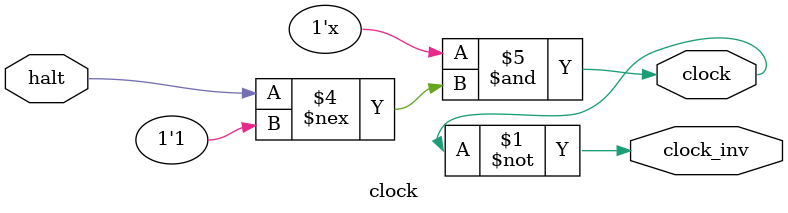
<source format=v>
module clock (
    input wire halt,
    output reg clock,
    output wire clock_inv
);

  assign clock_inv = ~clock;
  
  initial clock <= 0;
  
  always #1 clock = ~clock & (halt !== 1);
endmodule
</source>
